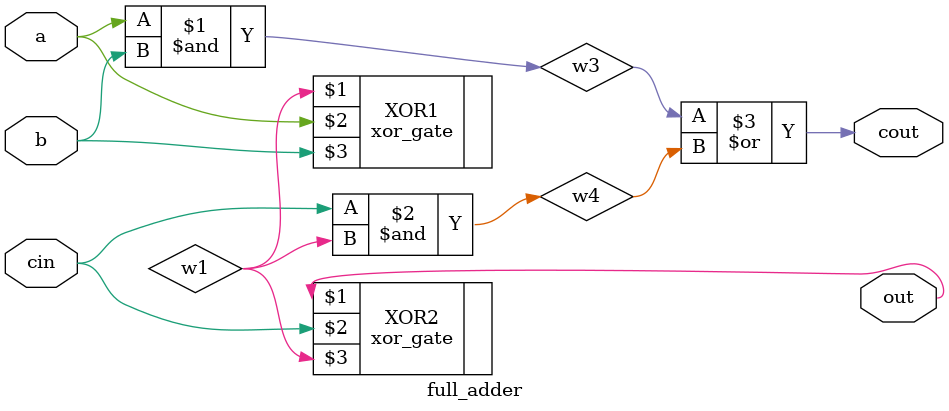
<source format=v>
module full_adder(output cout,
						output out,
						input cin,
						input a,
						input b
						);	
		wire w1,w2,w3,w4;
		
		xor_gate XOR1(w1,a,b);
		xor_gate XOR2(out,cin,w1);
		
		and (w3,a,b);
		and (w4,cin,w1);
		or (cout,w3,w4);
		
endmodule
</source>
